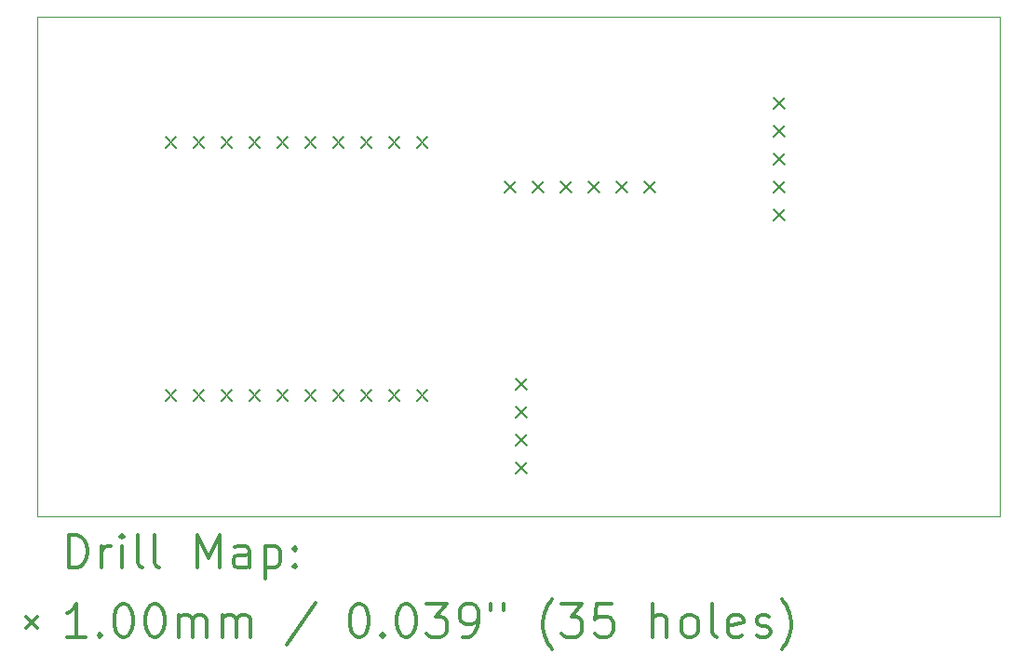
<source format=gbr>
%FSLAX45Y45*%
G04 Gerber Fmt 4.5, Leading zero omitted, Abs format (unit mm)*
G04 Created by KiCad (PCBNEW (5.1.6)-1) date 2021-07-17 16:45:11*
%MOMM*%
%LPD*%
G01*
G04 APERTURE LIST*
%TA.AperFunction,Profile*%
%ADD10C,0.050000*%
%TD*%
%ADD11C,0.200000*%
%ADD12C,0.300000*%
G04 APERTURE END LIST*
D10*
X11300000Y-5150000D02*
X20050000Y-5150000D01*
X11300000Y-9700000D02*
X11300000Y-5150000D01*
X20050000Y-9700000D02*
X11300000Y-9700000D01*
X20050000Y-5150000D02*
X20050000Y-9700000D01*
D11*
X15650000Y-8450000D02*
X15750000Y-8550000D01*
X15750000Y-8450000D02*
X15650000Y-8550000D01*
X15650000Y-8704000D02*
X15750000Y-8804000D01*
X15750000Y-8704000D02*
X15650000Y-8804000D01*
X15650000Y-8958000D02*
X15750000Y-9058000D01*
X15750000Y-8958000D02*
X15650000Y-9058000D01*
X15650000Y-9212000D02*
X15750000Y-9312000D01*
X15750000Y-9212000D02*
X15650000Y-9312000D01*
X12464000Y-6250000D02*
X12564000Y-6350000D01*
X12564000Y-6250000D02*
X12464000Y-6350000D01*
X12718000Y-6250000D02*
X12818000Y-6350000D01*
X12818000Y-6250000D02*
X12718000Y-6350000D01*
X12972000Y-6250000D02*
X13072000Y-6350000D01*
X13072000Y-6250000D02*
X12972000Y-6350000D01*
X13226000Y-6250000D02*
X13326000Y-6350000D01*
X13326000Y-6250000D02*
X13226000Y-6350000D01*
X13480000Y-6250000D02*
X13580000Y-6350000D01*
X13580000Y-6250000D02*
X13480000Y-6350000D01*
X13734000Y-6250000D02*
X13834000Y-6350000D01*
X13834000Y-6250000D02*
X13734000Y-6350000D01*
X13988000Y-6250000D02*
X14088000Y-6350000D01*
X14088000Y-6250000D02*
X13988000Y-6350000D01*
X14242000Y-6250000D02*
X14342000Y-6350000D01*
X14342000Y-6250000D02*
X14242000Y-6350000D01*
X14496000Y-6250000D02*
X14596000Y-6350000D01*
X14596000Y-6250000D02*
X14496000Y-6350000D01*
X14750000Y-6250000D02*
X14850000Y-6350000D01*
X14850000Y-6250000D02*
X14750000Y-6350000D01*
X15550000Y-6650000D02*
X15650000Y-6750000D01*
X15650000Y-6650000D02*
X15550000Y-6750000D01*
X15804000Y-6650000D02*
X15904000Y-6750000D01*
X15904000Y-6650000D02*
X15804000Y-6750000D01*
X16058000Y-6650000D02*
X16158000Y-6750000D01*
X16158000Y-6650000D02*
X16058000Y-6750000D01*
X16312000Y-6650000D02*
X16412000Y-6750000D01*
X16412000Y-6650000D02*
X16312000Y-6750000D01*
X16566000Y-6650000D02*
X16666000Y-6750000D01*
X16666000Y-6650000D02*
X16566000Y-6750000D01*
X16820000Y-6650000D02*
X16920000Y-6750000D01*
X16920000Y-6650000D02*
X16820000Y-6750000D01*
X12464000Y-8550000D02*
X12564000Y-8650000D01*
X12564000Y-8550000D02*
X12464000Y-8650000D01*
X12718000Y-8550000D02*
X12818000Y-8650000D01*
X12818000Y-8550000D02*
X12718000Y-8650000D01*
X12972000Y-8550000D02*
X13072000Y-8650000D01*
X13072000Y-8550000D02*
X12972000Y-8650000D01*
X13226000Y-8550000D02*
X13326000Y-8650000D01*
X13326000Y-8550000D02*
X13226000Y-8650000D01*
X13480000Y-8550000D02*
X13580000Y-8650000D01*
X13580000Y-8550000D02*
X13480000Y-8650000D01*
X13734000Y-8550000D02*
X13834000Y-8650000D01*
X13834000Y-8550000D02*
X13734000Y-8650000D01*
X13988000Y-8550000D02*
X14088000Y-8650000D01*
X14088000Y-8550000D02*
X13988000Y-8650000D01*
X14242000Y-8550000D02*
X14342000Y-8650000D01*
X14342000Y-8550000D02*
X14242000Y-8650000D01*
X14496000Y-8550000D02*
X14596000Y-8650000D01*
X14596000Y-8550000D02*
X14496000Y-8650000D01*
X14750000Y-8550000D02*
X14850000Y-8650000D01*
X14850000Y-8550000D02*
X14750000Y-8650000D01*
X18000000Y-5892000D02*
X18100000Y-5992000D01*
X18100000Y-5892000D02*
X18000000Y-5992000D01*
X18000000Y-6146000D02*
X18100000Y-6246000D01*
X18100000Y-6146000D02*
X18000000Y-6246000D01*
X18000000Y-6400000D02*
X18100000Y-6500000D01*
X18100000Y-6400000D02*
X18000000Y-6500000D01*
X18000000Y-6654000D02*
X18100000Y-6754000D01*
X18100000Y-6654000D02*
X18000000Y-6754000D01*
X18000000Y-6908000D02*
X18100000Y-7008000D01*
X18100000Y-6908000D02*
X18000000Y-7008000D01*
D12*
X11583928Y-10168214D02*
X11583928Y-9868214D01*
X11655357Y-9868214D01*
X11698214Y-9882500D01*
X11726786Y-9911072D01*
X11741071Y-9939643D01*
X11755357Y-9996786D01*
X11755357Y-10039643D01*
X11741071Y-10096786D01*
X11726786Y-10125357D01*
X11698214Y-10153929D01*
X11655357Y-10168214D01*
X11583928Y-10168214D01*
X11883928Y-10168214D02*
X11883928Y-9968214D01*
X11883928Y-10025357D02*
X11898214Y-9996786D01*
X11912500Y-9982500D01*
X11941071Y-9968214D01*
X11969643Y-9968214D01*
X12069643Y-10168214D02*
X12069643Y-9968214D01*
X12069643Y-9868214D02*
X12055357Y-9882500D01*
X12069643Y-9896786D01*
X12083928Y-9882500D01*
X12069643Y-9868214D01*
X12069643Y-9896786D01*
X12255357Y-10168214D02*
X12226786Y-10153929D01*
X12212500Y-10125357D01*
X12212500Y-9868214D01*
X12412500Y-10168214D02*
X12383928Y-10153929D01*
X12369643Y-10125357D01*
X12369643Y-9868214D01*
X12755357Y-10168214D02*
X12755357Y-9868214D01*
X12855357Y-10082500D01*
X12955357Y-9868214D01*
X12955357Y-10168214D01*
X13226786Y-10168214D02*
X13226786Y-10011072D01*
X13212500Y-9982500D01*
X13183928Y-9968214D01*
X13126786Y-9968214D01*
X13098214Y-9982500D01*
X13226786Y-10153929D02*
X13198214Y-10168214D01*
X13126786Y-10168214D01*
X13098214Y-10153929D01*
X13083928Y-10125357D01*
X13083928Y-10096786D01*
X13098214Y-10068214D01*
X13126786Y-10053929D01*
X13198214Y-10053929D01*
X13226786Y-10039643D01*
X13369643Y-9968214D02*
X13369643Y-10268214D01*
X13369643Y-9982500D02*
X13398214Y-9968214D01*
X13455357Y-9968214D01*
X13483928Y-9982500D01*
X13498214Y-9996786D01*
X13512500Y-10025357D01*
X13512500Y-10111072D01*
X13498214Y-10139643D01*
X13483928Y-10153929D01*
X13455357Y-10168214D01*
X13398214Y-10168214D01*
X13369643Y-10153929D01*
X13641071Y-10139643D02*
X13655357Y-10153929D01*
X13641071Y-10168214D01*
X13626786Y-10153929D01*
X13641071Y-10139643D01*
X13641071Y-10168214D01*
X13641071Y-9982500D02*
X13655357Y-9996786D01*
X13641071Y-10011072D01*
X13626786Y-9996786D01*
X13641071Y-9982500D01*
X13641071Y-10011072D01*
X11197500Y-10612500D02*
X11297500Y-10712500D01*
X11297500Y-10612500D02*
X11197500Y-10712500D01*
X11741071Y-10798214D02*
X11569643Y-10798214D01*
X11655357Y-10798214D02*
X11655357Y-10498214D01*
X11626786Y-10541072D01*
X11598214Y-10569643D01*
X11569643Y-10583929D01*
X11869643Y-10769643D02*
X11883928Y-10783929D01*
X11869643Y-10798214D01*
X11855357Y-10783929D01*
X11869643Y-10769643D01*
X11869643Y-10798214D01*
X12069643Y-10498214D02*
X12098214Y-10498214D01*
X12126786Y-10512500D01*
X12141071Y-10526786D01*
X12155357Y-10555357D01*
X12169643Y-10612500D01*
X12169643Y-10683929D01*
X12155357Y-10741072D01*
X12141071Y-10769643D01*
X12126786Y-10783929D01*
X12098214Y-10798214D01*
X12069643Y-10798214D01*
X12041071Y-10783929D01*
X12026786Y-10769643D01*
X12012500Y-10741072D01*
X11998214Y-10683929D01*
X11998214Y-10612500D01*
X12012500Y-10555357D01*
X12026786Y-10526786D01*
X12041071Y-10512500D01*
X12069643Y-10498214D01*
X12355357Y-10498214D02*
X12383928Y-10498214D01*
X12412500Y-10512500D01*
X12426786Y-10526786D01*
X12441071Y-10555357D01*
X12455357Y-10612500D01*
X12455357Y-10683929D01*
X12441071Y-10741072D01*
X12426786Y-10769643D01*
X12412500Y-10783929D01*
X12383928Y-10798214D01*
X12355357Y-10798214D01*
X12326786Y-10783929D01*
X12312500Y-10769643D01*
X12298214Y-10741072D01*
X12283928Y-10683929D01*
X12283928Y-10612500D01*
X12298214Y-10555357D01*
X12312500Y-10526786D01*
X12326786Y-10512500D01*
X12355357Y-10498214D01*
X12583928Y-10798214D02*
X12583928Y-10598214D01*
X12583928Y-10626786D02*
X12598214Y-10612500D01*
X12626786Y-10598214D01*
X12669643Y-10598214D01*
X12698214Y-10612500D01*
X12712500Y-10641072D01*
X12712500Y-10798214D01*
X12712500Y-10641072D02*
X12726786Y-10612500D01*
X12755357Y-10598214D01*
X12798214Y-10598214D01*
X12826786Y-10612500D01*
X12841071Y-10641072D01*
X12841071Y-10798214D01*
X12983928Y-10798214D02*
X12983928Y-10598214D01*
X12983928Y-10626786D02*
X12998214Y-10612500D01*
X13026786Y-10598214D01*
X13069643Y-10598214D01*
X13098214Y-10612500D01*
X13112500Y-10641072D01*
X13112500Y-10798214D01*
X13112500Y-10641072D02*
X13126786Y-10612500D01*
X13155357Y-10598214D01*
X13198214Y-10598214D01*
X13226786Y-10612500D01*
X13241071Y-10641072D01*
X13241071Y-10798214D01*
X13826786Y-10483929D02*
X13569643Y-10869643D01*
X14212500Y-10498214D02*
X14241071Y-10498214D01*
X14269643Y-10512500D01*
X14283928Y-10526786D01*
X14298214Y-10555357D01*
X14312500Y-10612500D01*
X14312500Y-10683929D01*
X14298214Y-10741072D01*
X14283928Y-10769643D01*
X14269643Y-10783929D01*
X14241071Y-10798214D01*
X14212500Y-10798214D01*
X14183928Y-10783929D01*
X14169643Y-10769643D01*
X14155357Y-10741072D01*
X14141071Y-10683929D01*
X14141071Y-10612500D01*
X14155357Y-10555357D01*
X14169643Y-10526786D01*
X14183928Y-10512500D01*
X14212500Y-10498214D01*
X14441071Y-10769643D02*
X14455357Y-10783929D01*
X14441071Y-10798214D01*
X14426786Y-10783929D01*
X14441071Y-10769643D01*
X14441071Y-10798214D01*
X14641071Y-10498214D02*
X14669643Y-10498214D01*
X14698214Y-10512500D01*
X14712500Y-10526786D01*
X14726786Y-10555357D01*
X14741071Y-10612500D01*
X14741071Y-10683929D01*
X14726786Y-10741072D01*
X14712500Y-10769643D01*
X14698214Y-10783929D01*
X14669643Y-10798214D01*
X14641071Y-10798214D01*
X14612500Y-10783929D01*
X14598214Y-10769643D01*
X14583928Y-10741072D01*
X14569643Y-10683929D01*
X14569643Y-10612500D01*
X14583928Y-10555357D01*
X14598214Y-10526786D01*
X14612500Y-10512500D01*
X14641071Y-10498214D01*
X14841071Y-10498214D02*
X15026786Y-10498214D01*
X14926786Y-10612500D01*
X14969643Y-10612500D01*
X14998214Y-10626786D01*
X15012500Y-10641072D01*
X15026786Y-10669643D01*
X15026786Y-10741072D01*
X15012500Y-10769643D01*
X14998214Y-10783929D01*
X14969643Y-10798214D01*
X14883928Y-10798214D01*
X14855357Y-10783929D01*
X14841071Y-10769643D01*
X15169643Y-10798214D02*
X15226786Y-10798214D01*
X15255357Y-10783929D01*
X15269643Y-10769643D01*
X15298214Y-10726786D01*
X15312500Y-10669643D01*
X15312500Y-10555357D01*
X15298214Y-10526786D01*
X15283928Y-10512500D01*
X15255357Y-10498214D01*
X15198214Y-10498214D01*
X15169643Y-10512500D01*
X15155357Y-10526786D01*
X15141071Y-10555357D01*
X15141071Y-10626786D01*
X15155357Y-10655357D01*
X15169643Y-10669643D01*
X15198214Y-10683929D01*
X15255357Y-10683929D01*
X15283928Y-10669643D01*
X15298214Y-10655357D01*
X15312500Y-10626786D01*
X15426786Y-10498214D02*
X15426786Y-10555357D01*
X15541071Y-10498214D02*
X15541071Y-10555357D01*
X15983928Y-10912500D02*
X15969643Y-10898214D01*
X15941071Y-10855357D01*
X15926786Y-10826786D01*
X15912500Y-10783929D01*
X15898214Y-10712500D01*
X15898214Y-10655357D01*
X15912500Y-10583929D01*
X15926786Y-10541072D01*
X15941071Y-10512500D01*
X15969643Y-10469643D01*
X15983928Y-10455357D01*
X16069643Y-10498214D02*
X16255357Y-10498214D01*
X16155357Y-10612500D01*
X16198214Y-10612500D01*
X16226786Y-10626786D01*
X16241071Y-10641072D01*
X16255357Y-10669643D01*
X16255357Y-10741072D01*
X16241071Y-10769643D01*
X16226786Y-10783929D01*
X16198214Y-10798214D01*
X16112500Y-10798214D01*
X16083928Y-10783929D01*
X16069643Y-10769643D01*
X16526786Y-10498214D02*
X16383928Y-10498214D01*
X16369643Y-10641072D01*
X16383928Y-10626786D01*
X16412500Y-10612500D01*
X16483928Y-10612500D01*
X16512500Y-10626786D01*
X16526786Y-10641072D01*
X16541071Y-10669643D01*
X16541071Y-10741072D01*
X16526786Y-10769643D01*
X16512500Y-10783929D01*
X16483928Y-10798214D01*
X16412500Y-10798214D01*
X16383928Y-10783929D01*
X16369643Y-10769643D01*
X16898214Y-10798214D02*
X16898214Y-10498214D01*
X17026786Y-10798214D02*
X17026786Y-10641072D01*
X17012500Y-10612500D01*
X16983928Y-10598214D01*
X16941071Y-10598214D01*
X16912500Y-10612500D01*
X16898214Y-10626786D01*
X17212500Y-10798214D02*
X17183928Y-10783929D01*
X17169643Y-10769643D01*
X17155357Y-10741072D01*
X17155357Y-10655357D01*
X17169643Y-10626786D01*
X17183928Y-10612500D01*
X17212500Y-10598214D01*
X17255357Y-10598214D01*
X17283928Y-10612500D01*
X17298214Y-10626786D01*
X17312500Y-10655357D01*
X17312500Y-10741072D01*
X17298214Y-10769643D01*
X17283928Y-10783929D01*
X17255357Y-10798214D01*
X17212500Y-10798214D01*
X17483928Y-10798214D02*
X17455357Y-10783929D01*
X17441071Y-10755357D01*
X17441071Y-10498214D01*
X17712500Y-10783929D02*
X17683928Y-10798214D01*
X17626786Y-10798214D01*
X17598214Y-10783929D01*
X17583928Y-10755357D01*
X17583928Y-10641072D01*
X17598214Y-10612500D01*
X17626786Y-10598214D01*
X17683928Y-10598214D01*
X17712500Y-10612500D01*
X17726786Y-10641072D01*
X17726786Y-10669643D01*
X17583928Y-10698214D01*
X17841071Y-10783929D02*
X17869643Y-10798214D01*
X17926786Y-10798214D01*
X17955357Y-10783929D01*
X17969643Y-10755357D01*
X17969643Y-10741072D01*
X17955357Y-10712500D01*
X17926786Y-10698214D01*
X17883928Y-10698214D01*
X17855357Y-10683929D01*
X17841071Y-10655357D01*
X17841071Y-10641072D01*
X17855357Y-10612500D01*
X17883928Y-10598214D01*
X17926786Y-10598214D01*
X17955357Y-10612500D01*
X18069643Y-10912500D02*
X18083928Y-10898214D01*
X18112500Y-10855357D01*
X18126786Y-10826786D01*
X18141071Y-10783929D01*
X18155357Y-10712500D01*
X18155357Y-10655357D01*
X18141071Y-10583929D01*
X18126786Y-10541072D01*
X18112500Y-10512500D01*
X18083928Y-10469643D01*
X18069643Y-10455357D01*
M02*

</source>
